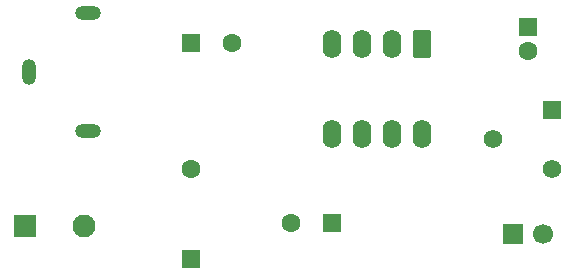
<source format=gtl>
G04 #@! TF.GenerationSoftware,KiCad,Pcbnew,9.0.1-9.0.1-0~ubuntu24.04.1*
G04 #@! TF.CreationDate,2025-05-03T19:14:28+01:00*
G04 #@! TF.ProjectId,Kicad_Amplificador,4b696361-645f-4416-9d70-6c6966696361,rev?*
G04 #@! TF.SameCoordinates,Original*
G04 #@! TF.FileFunction,Copper,L1,Top*
G04 #@! TF.FilePolarity,Positive*
%FSLAX46Y46*%
G04 Gerber Fmt 4.6, Leading zero omitted, Abs format (unit mm)*
G04 Created by KiCad (PCBNEW 9.0.1-9.0.1-0~ubuntu24.04.1) date 2025-05-03 19:14:28*
%MOMM*%
%LPD*%
G01*
G04 APERTURE LIST*
G04 Aperture macros list*
%AMRoundRect*
0 Rectangle with rounded corners*
0 $1 Rounding radius*
0 $2 $3 $4 $5 $6 $7 $8 $9 X,Y pos of 4 corners*
0 Add a 4 corners polygon primitive as box body*
4,1,4,$2,$3,$4,$5,$6,$7,$8,$9,$2,$3,0*
0 Add four circle primitives for the rounded corners*
1,1,$1+$1,$2,$3*
1,1,$1+$1,$4,$5*
1,1,$1+$1,$6,$7*
1,1,$1+$1,$8,$9*
0 Add four rect primitives between the rounded corners*
20,1,$1+$1,$2,$3,$4,$5,0*
20,1,$1+$1,$4,$5,$6,$7,0*
20,1,$1+$1,$6,$7,$8,$9,0*
20,1,$1+$1,$8,$9,$2,$3,0*%
G04 Aperture macros list end*
G04 #@! TA.AperFunction,ComponentPad*
%ADD10RoundRect,0.250000X-0.550000X0.950000X-0.550000X-0.950000X0.550000X-0.950000X0.550000X0.950000X0*%
G04 #@! TD*
G04 #@! TA.AperFunction,ComponentPad*
%ADD11O,1.600000X2.400000*%
G04 #@! TD*
G04 #@! TA.AperFunction,ComponentPad*
%ADD12R,1.560000X1.560000*%
G04 #@! TD*
G04 #@! TA.AperFunction,ComponentPad*
%ADD13C,1.560000*%
G04 #@! TD*
G04 #@! TA.AperFunction,ComponentPad*
%ADD14R,1.600000X1.600000*%
G04 #@! TD*
G04 #@! TA.AperFunction,ComponentPad*
%ADD15C,1.600000*%
G04 #@! TD*
G04 #@! TA.AperFunction,ComponentPad*
%ADD16RoundRect,0.250000X0.550000X-0.550000X0.550000X0.550000X-0.550000X0.550000X-0.550000X-0.550000X0*%
G04 #@! TD*
G04 #@! TA.AperFunction,ComponentPad*
%ADD17R,1.950000X1.950000*%
G04 #@! TD*
G04 #@! TA.AperFunction,ComponentPad*
%ADD18C,1.950000*%
G04 #@! TD*
G04 #@! TA.AperFunction,ComponentPad*
%ADD19O,2.200000X1.200000*%
G04 #@! TD*
G04 #@! TA.AperFunction,ComponentPad*
%ADD20O,1.200000X2.200000*%
G04 #@! TD*
G04 #@! TA.AperFunction,ComponentPad*
%ADD21R,1.700000X1.700000*%
G04 #@! TD*
G04 #@! TA.AperFunction,ComponentPad*
%ADD22C,1.700000*%
G04 #@! TD*
G04 APERTURE END LIST*
D10*
X139000000Y-95880000D03*
D11*
X136460000Y-95880000D03*
X133920000Y-95880000D03*
X131380000Y-95880000D03*
X131380000Y-103500000D03*
X133920000Y-103500000D03*
X136460000Y-103500000D03*
X139000000Y-103500000D03*
D12*
X149990000Y-101500000D03*
D13*
X144990000Y-104000000D03*
X149990000Y-106500000D03*
D14*
X148000000Y-94500000D03*
D15*
X148000000Y-96500000D03*
D16*
X119400000Y-114120000D03*
D15*
X119400000Y-106500000D03*
D14*
X119400000Y-95800000D03*
D15*
X122900000Y-95800000D03*
D14*
X131400000Y-111100000D03*
D15*
X127900000Y-111100000D03*
D17*
X105400000Y-111300000D03*
D18*
X110400000Y-111300000D03*
D19*
X110700000Y-93300000D03*
D20*
X105700000Y-98300000D03*
D19*
X110700000Y-103300000D03*
D21*
X146725000Y-112000000D03*
D22*
X149265000Y-112000000D03*
M02*

</source>
